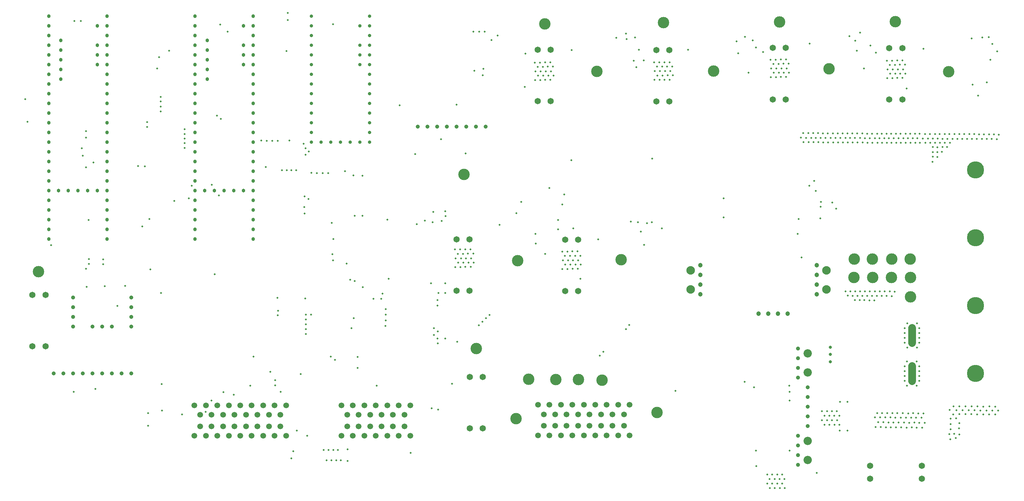
<source format=gbr>
%TF.GenerationSoftware,Novarm,DipTrace,3.3.1.1*%
%TF.CreationDate,2019-12-29T15:56:07+07:00*%
%FSLAX35Y35*%
%MOMM*%
%TF.FileFunction,Plated,1,2,PTH,Drill*%
%TF.Part,Single*%
%TA.AperFunction,ComponentDrill*%
%ADD16C,0.5*%
%ADD22C,2.0*%
%ADD23C,3.0*%
%ADD27C,0.8*%
%ADD52C,1.5*%
%TA.AperFunction,ViaDrill*%
%ADD73C,0.48567*%
%TA.AperFunction,ComponentDrill*%
%ADD80C,4.5*%
%ADD81C,0.965*%
%ADD82C,1.65*%
%ADD84C,2.18*%
%ADD85C,1.05*%
%ADD86C,2.24*%
%ADD87C,1.2*%
%ADD88C,0.9*%
G75*
G01*
D52*
X4825017Y2499237D3*
X5125017D3*
X5425017D3*
X5725017D3*
X6025017D3*
X6325017D3*
X6625017D3*
X6925017D3*
X7225017D3*
X4975017Y2249237D3*
X5275017D3*
X5575017D3*
X5875017D3*
X6175017D3*
X6475017D3*
X6775017D3*
X7075017D3*
X4975017Y1949237D3*
X5275017D3*
X5575017D3*
X5875017D3*
X6175017D3*
X6475017D3*
X6775017D3*
X7075017D3*
X4825017Y1699237D3*
X5125017D3*
X5425017D3*
X5725017D3*
X6025017D3*
X6325017D3*
X6625017D3*
X6925017D3*
X7225017D3*
X8675017Y2499237D3*
X8975017D3*
X9275017D3*
X9575017D3*
X9875017D3*
X10175017D3*
X10475017D3*
X8825017Y2249237D3*
X9125017D3*
X9425017D3*
X9725017D3*
X10025017D3*
X10325017D3*
X8825017Y1949237D3*
X9125017D3*
X9425017D3*
X9725017D3*
X10025017D3*
X10325017D3*
X8675017Y1699237D3*
X8975017D3*
X9275017D3*
X9575017D3*
X9875017D3*
X10175017D3*
X10475017D3*
X13821270Y2513323D3*
X14121270D3*
X14421270D3*
X14721270D3*
X15021270D3*
X15321270D3*
X15621270D3*
X15921270D3*
X16221270D3*
X13971270Y2263323D3*
X14271270D3*
X14571270D3*
X14871270D3*
X15171270D3*
X15471270D3*
X15771270D3*
X16071270D3*
X13971270Y1963323D3*
X14271270D3*
X14571270D3*
X14871270D3*
X15171270D3*
X15471270D3*
X15771270D3*
X16071270D3*
X13821270Y1713323D3*
X14121270D3*
X14421270D3*
X14721270D3*
X15021270D3*
X15321270D3*
X15621270D3*
X15921270D3*
X16221270D3*
D80*
X25279037Y3339914D3*
Y5117911D3*
Y6895914D3*
Y8673914D3*
D23*
X13286900Y6286720D3*
X15994603Y6313273D3*
X15363127Y11251073D3*
X18416423Y11263513D3*
X24578780Y11242373D3*
X21439870Y11320277D3*
X743837Y6002403D3*
X12208810Y3989607D3*
X22091970Y5849220D3*
X20145400Y12547670D3*
X13998227Y12498893D3*
X17108213Y12530597D3*
X23176507Y12558677D3*
X11883523Y8554863D3*
X22098750Y6332267D3*
X22579810Y6333260D3*
X22586590Y5852200D3*
X23078407Y5850213D3*
X23085187Y6333260D3*
X23566247Y6334253D3*
X23573027Y5853193D3*
X23578077Y5341237D3*
X14883503Y3178827D3*
X15499047Y3160237D3*
X14290463Y3175483D3*
X16942120Y2310210D3*
X13250523Y2146567D3*
X13575057Y3186607D3*
D73*
X24153703Y8879893D3*
X24157403Y9013430D3*
Y9138030D3*
X11397770Y7455843D3*
X10861013Y7340753D3*
X13384637Y7831907D3*
X13254657Y7538090D3*
X14350770Y7353350D3*
X14453697Y7767477D3*
X22255483Y12265937D3*
X22166450Y11797273D3*
X16328210Y11527537D3*
X16365077Y12145380D3*
X19441507Y12063637D3*
X19064473Y11728437D3*
X14741723Y7134233D3*
X15395203Y6852457D3*
X16252770Y7318577D3*
X16596690Y6708997D3*
X20932500Y11977917D3*
X22358563Y11326293D3*
X14706117Y11808020D3*
X16397803Y11365150D3*
X17754100Y11816880D3*
X19338103Y11221033D3*
X23913537Y11846623D3*
X25574217Y10968323D3*
X25667143Y11558853D3*
X25622180Y12149383D3*
X21875970Y5490407D3*
X22004050Y5487680D3*
X22132130D3*
X22255633Y5489533D3*
X22383713Y5486810D3*
X22511793D3*
X22640743Y5485940D3*
X22768823Y5483217D3*
X22896903D3*
X21931347Y5372353D3*
X22059427Y5369630D3*
X22187507D3*
X22311007Y5371483D3*
X22439087Y5368760D3*
X22567167D3*
X22696117Y5367887D3*
X22824197Y5365163D3*
X22952277D3*
X23032177Y5484197D3*
X23082100Y5363420D3*
X23159273Y5474280D3*
X25790237Y2260463D3*
X22117523Y5254307D3*
X22245603D3*
X22369103Y5256160D3*
X22497183Y5253437D3*
X22625263D3*
X25637537Y2264453D3*
X25481933Y2264093D3*
X22663110Y1927073D3*
X22793687D3*
X22931517Y1923447D3*
X23062093D3*
X23192670Y1919820D3*
X23334127D3*
X23475583Y1916193D3*
X23605800Y1920180D3*
X23736377Y1916553D3*
X23877833D3*
X25321977Y2264453D3*
X25169277Y2268443D3*
X25013673Y2268083D3*
X22731663Y2054383D3*
X22862240D3*
X23000070Y2050757D3*
X23130647D3*
X23261223Y2047130D3*
X23402680D3*
X23544137Y2043503D3*
X23674353Y2047490D3*
X23804930Y2043863D3*
X23946387D3*
X24853357Y2265180D3*
X24697753Y2264820D3*
X25873300Y2362387D3*
X22647877Y2185320D3*
X22778453D3*
X22916283Y2181693D3*
X23046860D3*
X23177437Y2178067D3*
X23318893D3*
X23460350Y2174440D3*
X23590567Y2178427D3*
X23721143Y2174800D3*
X23862600D3*
X25720600Y2366377D3*
X25564997Y2366017D3*
X25405040Y2366377D3*
X22701923Y2298123D3*
X22832500D3*
X22970330Y2294497D3*
X23100907D3*
X23231483Y2290870D3*
X23372940D3*
X23514397Y2287243D3*
X23644613Y2291230D3*
X23775190Y2287603D3*
X23916647D3*
X25252340Y2370367D3*
X25096737Y2370007D3*
X24936420Y2367100D3*
X24780817Y2366740D3*
X25793143Y2464307D3*
X25640443Y2468297D3*
X25484840Y2467937D3*
X25324883Y2468297D3*
X25172183Y2472287D3*
X25016580Y2471927D3*
X24856263Y2469020D3*
X24700660Y2468660D3*
X24773923Y2156003D3*
X24853360Y2033043D3*
X24602727Y2377980D3*
X24629560Y2148027D3*
Y2010197D3*
X24629200Y1874467D3*
X24850093Y1898480D3*
X24856207Y1732773D3*
X24719753Y1752230D3*
X24763650Y1644223D3*
X24619763Y1611250D3*
X24592787Y1740147D3*
X24158940Y9266953D3*
X20927287Y8257230D3*
X24274647Y9010163D3*
X24276810Y9136923D3*
X24278350Y9263060D3*
X24606987Y9379417D3*
X24401120Y9146780D3*
X24410350Y9267677D3*
X24471333Y9379417D3*
X24535863Y9267963D3*
X24347650Y9379417D3*
X24219973Y9383407D3*
X24096290D3*
X23964627D3*
X21091433Y8123430D3*
X21050170Y8380117D3*
X25890013Y9593690D3*
X25758350Y9597680D3*
X23823557Y9378670D3*
X23699873D3*
X23576187D3*
X23452503D3*
X23324827Y9382660D3*
X23201143D3*
X23077460D3*
X22957763Y9378670D3*
X22830090D3*
X22710393D3*
X22578730Y9382660D3*
X22451057D3*
X22319390Y9386650D3*
X22187727D3*
X22060053Y9390640D3*
X21936367D3*
X21804703D3*
X21677030D3*
X21549353D3*
X21413700D3*
X21290017D3*
X21162340Y9394630D3*
X21038657D3*
X20906993D3*
X20775327Y9398620D3*
X23757907Y9496187D3*
X23634223D3*
X23510537D3*
X23386853D3*
X23259177Y9500177D3*
X23135493D3*
X23011810D3*
X22892113Y9496187D3*
X22764440D3*
X22644743D3*
X22513080Y9500177D3*
X22385407D3*
X22253740Y9504167D3*
X22122077D3*
X21994403Y9508157D3*
X21870717D3*
X21739053D3*
X21611380D3*
X21483703D3*
X21348050D3*
X21224367D3*
X21096690Y9512147D3*
X20973007D3*
X20841343D3*
X20709677Y9516137D3*
X23815943Y9617693D3*
X23692260D3*
X23568573D3*
X23444890D3*
X23317213Y9621683D3*
X23193530D3*
X23069847D3*
X22950150Y9617693D3*
X22822477D3*
X22702780D3*
X22571117Y9621683D3*
X22443443D3*
X22311777Y9625673D3*
X22180113D3*
X22052440Y9629663D3*
X21928753D3*
X21797090D3*
X21669417D3*
X21541740D3*
X21406087D3*
X21282403D3*
X21154727Y9633653D3*
X21031043D3*
X20899380D3*
X20767713Y9637643D3*
X21229603Y7834090D3*
X20721103Y6376040D3*
X11033290Y2418677D3*
X11203473Y2388177D3*
X7778683Y1699210D3*
X7358773Y1109703D3*
X9595603Y3010503D3*
X4502947Y2264100D3*
X7410183Y1294110D3*
X25834640Y9474657D3*
X25702977Y9478647D3*
X25575303D3*
X25443637Y9482637D3*
X25311973D3*
X25184300Y9486627D3*
X25060613D3*
X24928950D3*
X24801277D3*
X24673600D3*
X24537947D3*
X24414263D3*
X24286587Y9490617D3*
X24162903D3*
X24031240D3*
X23899573Y9494607D3*
X25630677Y9597680D3*
X25499010Y9601670D3*
X25367347D3*
X25239673Y9605660D3*
X25115987D3*
X24984323D3*
X24856650D3*
X24728973D3*
X24593320D3*
X24469637D3*
X24341960Y9609650D3*
X24218277D3*
X24086613D3*
X23954947Y9613640D3*
X7509997Y1838603D3*
X10606347Y9081770D3*
X7266237Y12788060D3*
Y12594610D3*
X5500270Y12477847D3*
X5695980Y12289567D3*
X1680247Y12568853D3*
X1854277Y12574997D3*
X3614457Y2291997D3*
X3611490Y1965897D3*
X8832910Y1347157D3*
X8833797Y1038990D3*
X1876217Y9237453D3*
X1897783Y9044950D3*
X3949497Y5444617D3*
X13739920Y11484847D3*
X13876173D3*
X14006363Y11488437D3*
X14142617D3*
X13813130Y11372000D3*
X13949383D3*
X14079573Y11375590D3*
X14215827D3*
X13757517Y11251720D3*
X13893770D3*
X14023960Y11255310D3*
X14160213D3*
X13823293Y11138873D3*
X13959547D3*
X14089737Y11142463D3*
X14225990D3*
X13745383Y11026027D3*
X13881637D3*
X14011827Y11029617D3*
X14148080D3*
X16864050Y11489607D3*
X17000303D3*
X17130493Y11493197D3*
X17266747D3*
X16937260Y11376760D3*
X17073513D3*
X17203703Y11380350D3*
X17339957D3*
X16881647Y11256480D3*
X17017900D3*
X17148090Y11260070D3*
X17284343D3*
X16947423Y11143633D3*
X17083677D3*
X17213867Y11147223D3*
X17350120D3*
X16869513Y11030787D3*
X17005767D3*
X17135957Y11034377D3*
X17272210D3*
X19910357Y11560897D3*
X20046610D3*
X20176800Y11564487D3*
X20313053D3*
X19983567Y11448050D3*
X20119820D3*
X20250010Y11451640D3*
X20386263D3*
X19927953Y11327770D3*
X20064207D3*
X20194397Y11331360D3*
X20330650D3*
X19993730Y11214923D3*
X20129983D3*
X20260173Y11218513D3*
X20396427D3*
X19915820Y11102077D3*
X20052073D3*
X20182263Y11105667D3*
X20318517D3*
X22958170Y11535147D3*
X23094423D3*
X23224613Y11538737D3*
X23360867D3*
X23031380Y11422300D3*
X23167633D3*
X23297823Y11425890D3*
X23434077D3*
X22975767Y11302020D3*
X23112020D3*
X23242210Y11305610D3*
X23378463D3*
X23041543Y11189173D3*
X23177797D3*
X23307987Y11192763D3*
X23444240D3*
X22963633Y11076327D3*
X23099887D3*
X23230077Y11079917D3*
X23366330D3*
X11649277Y6583160D3*
X11785530D3*
X11915720Y6586750D3*
X12051973D3*
X11722487Y6470313D3*
X11858740D3*
X11988930Y6473903D3*
X12125183D3*
X11666873Y6350033D3*
X11803127D3*
X11933317Y6353623D3*
X12069570D3*
X11732650Y6237187D3*
X11868903D3*
X11999093Y6240777D3*
X12135347D3*
X11654740Y6124340D3*
X11790993D3*
X11921183Y6127930D3*
X12057437D3*
X14453470Y6530997D3*
X14589723D3*
X14719913Y6534587D3*
X14856167D3*
X14526680Y6418150D3*
X14662933D3*
X14793123Y6421740D3*
X14929377D3*
X14471067Y6297870D3*
X14607320D3*
X14737510Y6301460D3*
X14873763D3*
X14536843Y6185023D3*
X14673097D3*
X14803287Y6188613D3*
X14939540D3*
X14458933Y6072177D3*
X14595187D3*
X14725377Y6075767D3*
X14861630D3*
X6283850Y3011097D3*
X6810727Y3374307D3*
X450617Y9928957D3*
X396690Y10520340D3*
X6369197Y3778753D3*
X5584010Y2848143D3*
X5851070Y2780013D3*
X2231067Y2933283D3*
X1665607Y2849750D3*
X5121747Y2330853D3*
X5268613Y2622750D3*
X2004130Y5603017D3*
X1982530Y6080063D3*
X3977103Y2360767D3*
X3970033Y3053453D3*
X2809960Y5103930D3*
X8285750Y1058367D3*
X8409070D3*
X8536020D3*
X8659343D3*
X8210680Y1325410D3*
X8334000D3*
X8460950D3*
X8584273D3*
X7112760Y8662220D3*
X7240897Y8661117D3*
X7363800Y8657393D3*
X7486993Y8658907D3*
X1067327Y6695830D3*
X2056540Y7357760D3*
X7610073Y3316677D3*
X8768440Y8638557D3*
X7081540Y2852520D3*
X3667903Y6060693D3*
X3455370Y7184990D3*
X8504363Y3694933D3*
X8392690Y3778867D3*
X3848420Y11329880D3*
X6939917Y3022920D3*
X6937163Y3157073D3*
X3007207Y5629093D3*
X2476627Y5622200D3*
X9098577Y3480143D3*
X9097337Y3771277D3*
X7741013Y4365220D3*
Y4495567D3*
Y4622650D3*
Y4749523D3*
X11194467Y4119917D3*
X11706920Y4167580D3*
X2060607Y6336243D3*
Y6207350D3*
X3941947Y10586193D3*
Y10463307D3*
Y10331643D3*
Y10199980D3*
X2438167Y6322483D3*
Y6196587D3*
X7007517Y4859670D3*
X7010900Y4982567D3*
X7745673Y4878497D3*
X7879810Y4878133D3*
X11192793Y4251453D3*
X11396590Y4251340D3*
X3895940Y11621837D3*
X8940393Y4519297D3*
X11092027Y4340143D3*
X11566840Y3063523D3*
X4566927Y9736687D3*
Y9611280D3*
Y9492580D3*
X4566563Y9368563D3*
Y9247020D3*
X1988883Y9684463D3*
Y9512907D3*
X3584757Y9923843D3*
Y9792187D3*
X1986440Y8736090D3*
X2182057Y8867500D3*
X3348087Y8768583D3*
X3530937Y8765583D3*
X4294930Y7853943D3*
X3643717Y7381343D3*
X4158833Y11791343D3*
X8454167Y12491027D3*
X8984610Y8523233D3*
X9221683Y8520507D3*
X10200843Y10365157D3*
X11688597Y10382713D3*
X21214447Y7399907D3*
X20643373Y7384227D3*
X20625147Y6992943D3*
X10487407Y1254863D3*
X12272653Y4600077D3*
X12364977Y4692400D3*
X12460597Y4781427D3*
X12549623Y4870453D3*
X18678910Y7426290D3*
X18685740Y7923430D3*
X20409997Y1310363D3*
X19527847Y1312407D3*
X7885343Y8591553D3*
X8030170Y8586723D3*
X8179823D3*
X8324647D3*
X7730577Y9065850D3*
X7737930Y9239350D3*
X7687680Y9351720D3*
X7822350Y9149770D3*
X6571247Y9438640D3*
X6716073Y9433810D3*
X6865727D3*
X7010550D3*
X9827307Y4581420D3*
X9832137Y4726247D3*
Y4875900D3*
Y5020723D3*
X11389197Y5447553D3*
X11212070Y5448003D3*
X6689240Y8746523D3*
X9512757Y5291627D3*
X9717847Y5294717D3*
X15441733Y3803597D3*
X19536317Y903440D3*
X21121023Y725493D3*
X21718997Y1837973D3*
X21922037Y1836280D3*
X21922957Y2587527D3*
X21729180Y2589790D3*
X9000520Y4786233D3*
X11197947Y4432347D3*
X15534603Y3903603D3*
X20408097Y2625563D3*
X17424463Y2875083D3*
X20399560Y3013090D3*
X20408097Y2854817D3*
X5516443Y10008573D3*
X5467037Y8002780D3*
X7000280Y5315607D3*
X7724600Y5303923D3*
X11092320Y4525253D3*
X16122720Y4491620D3*
X19481203Y2975717D3*
X8903043Y5791597D3*
X11188507Y5113463D3*
X16209747Y4607420D3*
X19230743Y3116147D3*
X11922483Y9102307D3*
X8459257Y6854883D3*
X10650950Y7245910D3*
X11066113Y7294187D3*
X11297837Y7332807D3*
X13477430Y10847357D3*
X14115730Y8198477D3*
X11394390Y5694053D3*
X11023903Y5699023D3*
X8458323Y6295930D3*
X14927557Y5815227D3*
X9910880Y5819370D3*
X8433377Y6459663D3*
X14343953Y7112373D3*
X9748600Y5428727D3*
X9234013Y5596417D3*
X9021703Y5757763D3*
X4751413Y8251480D3*
X4681647Y7922517D3*
X14697147Y8927367D3*
X9880753Y7367410D3*
X8422843Y7285343D3*
X7814577Y7908093D3*
X7713200Y7530467D3*
X7705040Y7692240D3*
X7707763Y7978367D3*
X9018280Y7466000D3*
X9223943Y7467800D3*
X11079010Y7569387D3*
X11395360Y7585330D3*
X23478560Y10807577D3*
X5414937Y10091007D3*
X5283537Y8284023D3*
X5353820Y5931330D3*
X8807300Y6216590D3*
X11188790Y5260013D3*
X17068690Y7134720D3*
X16814430Y8963730D3*
X11281603Y9477550D3*
X7312190Y9444547D3*
X7234457Y11783450D3*
X12600863Y12076840D3*
X12764370Y12194987D3*
X13488693Y11722013D3*
X16121540Y12245843D3*
X12132643Y12293117D3*
X12282320Y12294340D3*
X12425950D3*
X12375093Y11152513D3*
X12152380Y11266533D3*
X12393043Y11323483D3*
X19956240Y450000D3*
X20087197D3*
X20215770D3*
X19825283D3*
X20015753Y571443D3*
X20146710D3*
X20275283D3*
X19884797D3*
X20020503Y328590D3*
X20151460D3*
X20280033D3*
X19889547D3*
X19955030Y689333D3*
X20085987D3*
X20214560D3*
X19824073D3*
X21391150Y2107170D3*
X21522107D3*
X21650680D3*
X21260193D3*
X21450663Y2228613D3*
X21581620D3*
X21710193D3*
X21319707D3*
X21389940Y2346503D3*
X21520897D3*
X21649470D3*
X21258983D3*
X21452927Y1992263D3*
X21583883D3*
X21712457D3*
X21321970D3*
X21528830Y7818947D3*
X21220250Y7702333D3*
X21627263Y7655283D3*
X16437587Y7300233D3*
X16673743Y7273463D3*
X16802110Y7295810D3*
X16517477Y7056573D3*
X13765363Y6740357D3*
X13751793Y6994330D3*
X12817890Y7231807D3*
X14011390Y6466410D3*
X14511273Y8022383D3*
X15874517Y12130170D3*
X16143547Y12095023D3*
X16464673Y11818973D3*
X16591360Y11543077D3*
X19525710Y11875483D3*
X19713230Y11761063D3*
X19018517Y12039917D3*
X19237393Y12154737D3*
X22526813Y11929617D3*
X22666413Y11739253D3*
X21971790Y12171347D3*
X22130520Y12059737D3*
X25202283Y10903203D3*
X25341930Y10618920D3*
X25713830Y11974197D3*
X25848963Y11774310D3*
X25177480Y12112807D3*
X25453177Y12143197D3*
D81*
X1008737Y12189420D3*
Y11935420D3*
Y11681420D3*
Y11427420D3*
Y11173420D3*
Y10919420D3*
Y10665420D3*
Y10411420D3*
Y10157420D3*
Y9903420D3*
Y9649420D3*
Y9395420D3*
X2532737D3*
Y9649420D3*
Y9903420D3*
Y10157420D3*
Y10411420D3*
Y10665420D3*
Y10919420D3*
Y11173420D3*
Y11427420D3*
Y11681420D3*
Y11935420D3*
X1008737Y12443420D3*
X2532737Y12189420D3*
Y12443420D3*
X1008737Y12697420D3*
X2532737D3*
X1008737Y9141420D3*
X2532737D3*
X1008737Y8887420D3*
Y8633420D3*
Y8379420D3*
Y8125420D3*
Y7871420D3*
Y7617420D3*
Y7363420D3*
Y7109420D3*
Y6855420D3*
X2532737D3*
Y7109420D3*
Y7363420D3*
Y7617420D3*
Y7871420D3*
Y8125420D3*
Y8379420D3*
Y8633420D3*
Y8887420D3*
X1262737Y8125420D3*
X1770737D3*
X2024737D3*
X1516737D3*
X2278737D3*
Y12443420D3*
Y11935420D3*
Y11681420D3*
Y11427420D3*
X1326237Y12062420D3*
Y11808420D3*
Y11554420D3*
Y11300420D3*
Y11046420D3*
D82*
X923770Y5391250D3*
X583770D3*
X923770Y4044250D3*
X583770D3*
X12032760Y1898270D3*
X12372760D3*
X12032760Y3245270D3*
X12372760D3*
X23868347Y573053D3*
Y913053D3*
X22521347Y573053D3*
Y913053D3*
X23615007Y4133410D2*
D22*
Y4533410D1*
Y3133410D2*
Y3533410D1*
D16*
X23742850Y4016893D3*
X23488850D3*
X23740697Y3017450D3*
X23488850Y4651893D3*
X23742850D3*
X23486697Y3017450D3*
X23806350Y4143893D3*
Y4270893D3*
Y4397893D3*
Y4524893D3*
X23425350Y4143893D3*
Y4270893D3*
Y4397893D3*
Y4524893D3*
X23486697Y3652450D3*
X23740697D3*
X23804197Y3144450D3*
Y3271450D3*
Y3398450D3*
Y3525450D3*
X23423197Y3144450D3*
Y3271450D3*
Y3398450D3*
Y3525450D3*
D27*
X21475007Y4024410D3*
Y3833410D3*
Y3642410D3*
D84*
X20883603Y1068167D3*
Y1568167D3*
Y3362167D3*
Y3862167D3*
D85*
X20629603Y941167D3*
Y1195167D3*
Y1449167D3*
Y1703167D3*
X20883603Y1957167D3*
Y2211167D3*
Y2465167D3*
Y2719167D3*
Y2973167D3*
X20629603Y3227167D3*
Y3481167D3*
Y3735167D3*
Y3989167D3*
D86*
X21378570Y5540260D3*
Y6040260D3*
D87*
X21124570Y5413260D3*
Y5667260D3*
Y5921260D3*
Y6175260D3*
D86*
X17822570Y5540260D3*
Y6040260D3*
D87*
X18076570Y5413260D3*
Y5667260D3*
Y5921260D3*
Y6175260D3*
X20362570Y4905260D3*
X20108570D3*
X19854570D3*
X19600570D3*
D85*
X3168133Y3332133D3*
X2914133D3*
X2660133D3*
X2406133D3*
X2152133D3*
X1898133D3*
X1644133D3*
X1390133D3*
X1136133D3*
X1651470Y5329507D3*
Y5075507D3*
Y4821507D3*
Y4567507D3*
X2159470D3*
X2413470D3*
X2667470D3*
X3175470D3*
Y4821507D3*
Y5075507D3*
Y5329507D3*
X10670260Y9805740D3*
X10924260D3*
X11178260D3*
X11432260D3*
X11686260D3*
X11940260D3*
X12194260D3*
X12448260D3*
D88*
X9410417Y12702253D3*
Y12448253D3*
Y12194253D3*
Y11940253D3*
Y11686253D3*
Y11432253D3*
Y11178253D3*
Y10924253D3*
Y10670253D3*
Y10416253D3*
Y10162253D3*
Y9908253D3*
Y9654253D3*
X8140417Y9400253D3*
X9410417D3*
X9156417D3*
X8902417D3*
X8648417D3*
X8394417D3*
X7886417D3*
Y9654253D3*
Y9908253D3*
Y10162253D3*
Y10416253D3*
Y10670253D3*
Y10924253D3*
Y11178253D3*
Y11432253D3*
Y11686253D3*
Y11940253D3*
Y12194253D3*
Y12448253D3*
X9156417D3*
Y11940253D3*
Y11686253D3*
Y11432253D3*
X7886417Y12702253D3*
D82*
X11689560Y5500047D3*
X12029560D3*
X11689560Y6847047D3*
X12029560D3*
X14535340Y5496367D3*
X14875340D3*
X14535340Y6843367D3*
X14875340D3*
X13809810Y10469587D3*
X14149810D3*
X13809810Y11816587D3*
X14149810D3*
D81*
X4839567Y12190070D3*
Y11936070D3*
Y11682070D3*
Y11428070D3*
Y11174070D3*
Y10920070D3*
Y10666070D3*
Y10412070D3*
Y10158070D3*
Y9904070D3*
Y9650070D3*
Y9396070D3*
X6363567D3*
Y9650070D3*
Y9904070D3*
Y10158070D3*
Y10412070D3*
Y10666070D3*
Y10920070D3*
Y11174070D3*
Y11428070D3*
Y11682070D3*
Y11936070D3*
X4839567Y12444070D3*
X6363567Y12190070D3*
Y12444070D3*
X4839567Y12698070D3*
X6363567D3*
X4839567Y9142070D3*
X6363567D3*
X4839567Y8888070D3*
Y8634070D3*
Y8380070D3*
Y8126070D3*
Y7872070D3*
Y7618070D3*
Y7364070D3*
Y7110070D3*
Y6856070D3*
X6363567D3*
Y7110070D3*
Y7364070D3*
Y7618070D3*
Y7872070D3*
Y8126070D3*
Y8380070D3*
Y8634070D3*
Y8888070D3*
X5093567Y8126070D3*
X5601567D3*
X5855567D3*
X5347567D3*
X6109567D3*
Y12444070D3*
Y11936070D3*
Y11682070D3*
Y11428070D3*
X5157067Y12063070D3*
Y11809070D3*
Y11555070D3*
Y11301070D3*
Y11047070D3*
D82*
X16920627Y10468057D3*
X17260627D3*
X16920627Y11815057D3*
X17260627D3*
X23020837Y10515913D3*
X23360837D3*
X23020837Y11862913D3*
X23360837D3*
X19970133Y10519493D3*
X20310133D3*
X19970133Y11866493D3*
X20310133D3*
M02*

</source>
